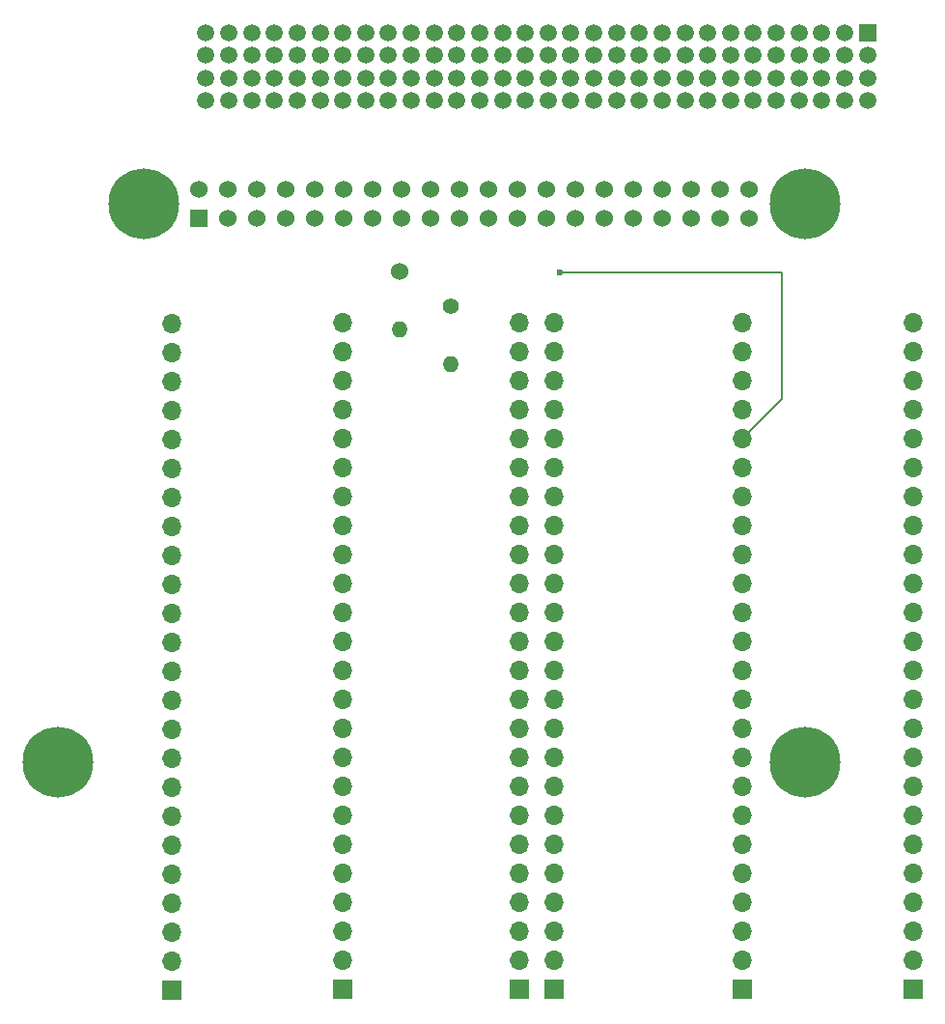
<source format=gbr>
%TF.GenerationSoftware,KiCad,Pcbnew,8.0.0*%
%TF.CreationDate,2025-01-17T00:28:00+02:00*%
%TF.ProjectId,diplomna_2024_pcb_layout,6469706c-6f6d-46e6-915f-323032345f70,rev?*%
%TF.SameCoordinates,Original*%
%TF.FileFunction,Copper,L3,Inr*%
%TF.FilePolarity,Positive*%
%FSLAX46Y46*%
G04 Gerber Fmt 4.6, Leading zero omitted, Abs format (unit mm)*
G04 Created by KiCad (PCBNEW 8.0.0) date 2025-01-17 00:28:00*
%MOMM*%
%LPD*%
G01*
G04 APERTURE LIST*
%TA.AperFunction,ComponentPad*%
%ADD10R,1.700000X1.700000*%
%TD*%
%TA.AperFunction,ComponentPad*%
%ADD11O,1.700000X1.700000*%
%TD*%
%TA.AperFunction,ComponentPad*%
%ADD12C,6.200000*%
%TD*%
%TA.AperFunction,ComponentPad*%
%ADD13R,1.524000X1.524000*%
%TD*%
%TA.AperFunction,ComponentPad*%
%ADD14C,1.524000*%
%TD*%
%TA.AperFunction,ComponentPad*%
%ADD15R,1.500000X1.500000*%
%TD*%
%TA.AperFunction,ComponentPad*%
%ADD16C,1.500000*%
%TD*%
%TA.AperFunction,ComponentPad*%
%ADD17O,1.400000X1.400000*%
%TD*%
%TA.AperFunction,ComponentPad*%
%ADD18C,1.400000*%
%TD*%
%TA.AperFunction,ViaPad*%
%ADD19C,0.600000*%
%TD*%
%TA.AperFunction,Conductor*%
%ADD20C,0.200000*%
%TD*%
G04 APERTURE END LIST*
D10*
%TO.N,I/O*%
%TO.C,REF\u002A\u002A*%
X186000000Y-138400000D03*
D11*
X186000000Y-135860000D03*
X186000000Y-133320000D03*
X186000000Y-130780000D03*
X186000000Y-128240000D03*
X186000000Y-125700000D03*
X186000000Y-123160000D03*
%TO.N,N/C*%
X186000000Y-120620000D03*
%TO.N,CS*%
X186000000Y-118080000D03*
X186000000Y-115540000D03*
X186000000Y-113000000D03*
X186000000Y-110460000D03*
X186000000Y-107920000D03*
%TO.N,N/C*%
X186000000Y-105380000D03*
%TO.N,analog*%
X186000000Y-102840000D03*
X186000000Y-100300000D03*
%TO.N,CS*%
X186000000Y-97760000D03*
%TO.N,miso*%
X186000000Y-95220000D03*
%TO.N,mosi*%
X186000000Y-92680000D03*
%TO.N,scl*%
X186000000Y-90140000D03*
%TO.N,N/C*%
X186000000Y-87600000D03*
%TO.N,sda_i2c*%
X186000000Y-85060000D03*
%TO.N,scl_i2c*%
X186000000Y-82520000D03*
%TO.N,VDD*%
X186000000Y-79980000D03*
%TD*%
D12*
%TO.N,GND*%
%TO.C,*%
X161000000Y-118500000D03*
%TD*%
D13*
%TO.N,3.3v*%
%TO.C,REF\u002A\u002A*%
X173370000Y-70770000D03*
D14*
%TO.N,VDD*%
X173370000Y-68230000D03*
%TO.N,sda_i2c*%
X175910000Y-70770000D03*
%TO.N,VDD*%
X175910000Y-68230000D03*
%TO.N,scl_i2c*%
X178450000Y-70770000D03*
%TO.N,GND*%
X178450000Y-68230000D03*
%TO.N,N/C*%
X180990000Y-70770000D03*
%TO.N,tx*%
X180990000Y-68230000D03*
%TO.N,GND*%
X183530000Y-70770000D03*
%TO.N,rx*%
X183530000Y-68230000D03*
%TO.N,N/C*%
X186070000Y-70770000D03*
X186070000Y-68230000D03*
X188610000Y-70770000D03*
%TO.N,GND*%
X188610000Y-68230000D03*
%TO.N,N/C*%
X191150000Y-70770000D03*
%TO.N,I/O*%
X191150000Y-68230000D03*
%TO.N,N/C*%
X193690000Y-70770000D03*
%TO.N,I/O*%
X193690000Y-68230000D03*
%TO.N,mosi*%
X196230000Y-70770000D03*
%TO.N,GND*%
X196230000Y-68230000D03*
%TO.N,miso*%
X198770000Y-70770000D03*
%TO.N,I/O*%
X198770000Y-68230000D03*
%TO.N,scl*%
X201310000Y-70770000D03*
%TO.N,I/O*%
X201310000Y-68230000D03*
%TO.N,GND*%
X203850000Y-70770000D03*
%TO.N,I/O*%
X203850000Y-68230000D03*
%TO.N,N/C*%
X206390000Y-70770000D03*
%TO.N,I/O*%
X206390000Y-68230000D03*
%TO.N,N/C*%
X208930000Y-70770000D03*
%TO.N,GND*%
X208930000Y-68230000D03*
%TO.N,N/C*%
X211470000Y-70770000D03*
X211470000Y-68230000D03*
X214010000Y-70770000D03*
%TO.N,GND*%
X214010000Y-68230000D03*
%TO.N,N/C*%
X216550000Y-70770000D03*
%TO.N,I/O*%
X216550000Y-68230000D03*
%TO.N,N/C*%
X219090000Y-70770000D03*
%TO.N,I/O*%
X219090000Y-68230000D03*
%TO.N,GND*%
X221630000Y-70770000D03*
%TO.N,I/O*%
X221630000Y-68230000D03*
D12*
%TO.N,GND*%
X168500000Y-69500000D03*
X226500000Y-69500000D03*
X226500000Y-118500000D03*
%TD*%
D10*
%TO.N,N/C*%
%TO.C,REF\u002A\u002A*%
X236000000Y-138400000D03*
D11*
X236000000Y-135860000D03*
X236000000Y-133320000D03*
X236000000Y-130780000D03*
X236000000Y-128240000D03*
X236000000Y-125700000D03*
X236000000Y-123160000D03*
X236000000Y-120620000D03*
X236000000Y-118080000D03*
X236000000Y-115540000D03*
X236000000Y-113000000D03*
X236000000Y-110460000D03*
X236000000Y-107920000D03*
X236000000Y-105380000D03*
X236000000Y-102840000D03*
X236000000Y-100300000D03*
X236000000Y-97760000D03*
X236000000Y-95220000D03*
X236000000Y-92680000D03*
X236000000Y-90140000D03*
X236000000Y-87600000D03*
X236000000Y-85060000D03*
X236000000Y-82520000D03*
%TO.N,VDD*%
X236000000Y-79980000D03*
%TD*%
D10*
%TO.N,I/O*%
%TO.C,REF\u002A\u002A*%
X204500000Y-138400000D03*
D11*
X204500000Y-135860000D03*
X204500000Y-133320000D03*
X204500000Y-130780000D03*
X204500000Y-128240000D03*
X204500000Y-125700000D03*
X204500000Y-123160000D03*
%TO.N,N/C*%
X204500000Y-120620000D03*
%TO.N,CS*%
X204500000Y-118080000D03*
X204500000Y-115540000D03*
X204500000Y-113000000D03*
X204500000Y-110460000D03*
X204500000Y-107920000D03*
%TO.N,N/C*%
X204500000Y-105380000D03*
%TO.N,analog*%
X204500000Y-102840000D03*
X204500000Y-100300000D03*
%TO.N,N/C*%
X204500000Y-97760000D03*
%TO.N,miso*%
X204500000Y-95220000D03*
%TO.N,mosi*%
X204500000Y-92680000D03*
%TO.N,scl*%
X204500000Y-90140000D03*
%TO.N,N/C*%
X204500000Y-87600000D03*
%TO.N,sda_i2c*%
X204500000Y-85060000D03*
%TO.N,scl_i2c*%
X204500000Y-82520000D03*
%TO.N,N/C*%
X204500000Y-79980000D03*
%TD*%
D10*
%TO.N,I/O*%
%TO.C,REF\u002A\u002A*%
X201500000Y-138400000D03*
D11*
X201500000Y-135860000D03*
X201500000Y-133320000D03*
X201500000Y-130780000D03*
X201500000Y-128240000D03*
X201500000Y-125700000D03*
X201500000Y-123160000D03*
%TO.N,N/C*%
X201500000Y-120620000D03*
%TO.N,CS*%
X201500000Y-118080000D03*
X201500000Y-115540000D03*
X201500000Y-113000000D03*
X201500000Y-110460000D03*
X201500000Y-107920000D03*
%TO.N,N/C*%
X201500000Y-105380000D03*
%TO.N,analog*%
X201500000Y-102840000D03*
X201500000Y-100300000D03*
%TO.N,N/C*%
X201500000Y-97760000D03*
%TO.N,miso*%
X201500000Y-95220000D03*
%TO.N,mosi*%
X201500000Y-92680000D03*
%TO.N,scl*%
X201500000Y-90140000D03*
%TO.N,N/C*%
X201500000Y-87600000D03*
%TO.N,sda_i2c*%
X201500000Y-85060000D03*
%TO.N,scl_i2c*%
X201500000Y-82520000D03*
%TO.N,N/C*%
X201500000Y-79980000D03*
%TD*%
D10*
%TO.N,N/C*%
%TO.C,REF\u002A\u002A*%
X171000000Y-138420000D03*
D11*
X171000000Y-135880000D03*
X171000000Y-133340000D03*
X171000000Y-130800000D03*
X171000000Y-128260000D03*
X171000000Y-125720000D03*
X171000000Y-123180000D03*
X171000000Y-120640000D03*
X171000000Y-118100000D03*
X171000000Y-115560000D03*
X171000000Y-113020000D03*
X171000000Y-110480000D03*
X171000000Y-107940000D03*
X171000000Y-105400000D03*
X171000000Y-102860000D03*
X171000000Y-100320000D03*
X171000000Y-97780000D03*
X171000000Y-95240000D03*
X171000000Y-92700000D03*
X171000000Y-90160000D03*
X171000000Y-87620000D03*
X171000000Y-85080000D03*
X171000000Y-82540000D03*
%TO.N,GND*%
X171000000Y-80000000D03*
%TD*%
D15*
%TO.N,GND*%
%TO.C,J\u002A\u002A*%
X232000000Y-54500000D03*
D16*
X230000000Y-54500000D03*
%TO.N,N/C*%
X228000000Y-54500000D03*
X226000000Y-54500000D03*
X224000000Y-54500000D03*
X222000000Y-54500000D03*
X220000000Y-54500000D03*
X218000000Y-54500000D03*
X216000000Y-54500000D03*
X214000000Y-54500000D03*
X212000000Y-54500000D03*
X210000000Y-54500000D03*
X208000000Y-54500000D03*
X206000000Y-54500000D03*
X204000000Y-54500000D03*
X202000000Y-54500000D03*
X200000000Y-54500000D03*
X198000000Y-54500000D03*
X196000000Y-54500000D03*
X194000000Y-54500000D03*
X192000000Y-54500000D03*
X190000000Y-54500000D03*
X188000000Y-54500000D03*
X186000000Y-54500000D03*
X184000000Y-54500000D03*
X182000000Y-54500000D03*
X180000000Y-54500000D03*
X178000000Y-54500000D03*
X176000000Y-54500000D03*
%TO.N,GND*%
X174000000Y-54500000D03*
X232000000Y-56500000D03*
%TO.N,N/C*%
X230000000Y-56500000D03*
X228000000Y-56500000D03*
X226000000Y-56500000D03*
X224000000Y-56500000D03*
X222000000Y-56500000D03*
X220000000Y-56500000D03*
X218000000Y-56500000D03*
X216000000Y-56500000D03*
X214000000Y-56500000D03*
X212000000Y-56500000D03*
X210000000Y-56500000D03*
X208000000Y-56500000D03*
X206000000Y-56500000D03*
X204000000Y-56500000D03*
X202000000Y-56500000D03*
X200000000Y-56500000D03*
X198000000Y-56500000D03*
X196000000Y-56500000D03*
X194000000Y-56500000D03*
X192000000Y-56500000D03*
X190000000Y-56500000D03*
X188000000Y-56500000D03*
X186000000Y-56500000D03*
X184000000Y-56500000D03*
X182000000Y-56500000D03*
X180000000Y-56500000D03*
X178000000Y-56500000D03*
X176000000Y-56500000D03*
%TO.N,3.3v*%
X174000000Y-56500000D03*
%TO.N,N/C*%
X232000000Y-58500000D03*
X230000000Y-58500000D03*
X228000000Y-58500000D03*
X226000000Y-58500000D03*
X224000000Y-58500000D03*
X222000000Y-58500000D03*
X220000000Y-58500000D03*
X218000000Y-58500000D03*
X216000000Y-58500000D03*
X214000000Y-58500000D03*
X212000000Y-58500000D03*
X210000000Y-58500000D03*
X208000000Y-58500000D03*
X206000000Y-58500000D03*
X204000000Y-58500000D03*
X202000000Y-58500000D03*
X200000000Y-58500000D03*
X198000000Y-58500000D03*
X196000000Y-58500000D03*
X194000000Y-58500000D03*
X192000000Y-58500000D03*
X190000000Y-58500000D03*
X188000000Y-58500000D03*
X186000000Y-58500000D03*
X184000000Y-58500000D03*
X182000000Y-58500000D03*
X180000000Y-58500000D03*
X178000000Y-58500000D03*
X176000000Y-58500000D03*
%TO.N,VDD*%
X174000000Y-58500000D03*
%TO.N,N/C*%
X232000000Y-60500000D03*
X230000000Y-60500000D03*
X228000000Y-60500000D03*
X226000000Y-60500000D03*
X224000000Y-60500000D03*
X222000000Y-60500000D03*
X220000000Y-60500000D03*
X218000000Y-60500000D03*
X216000000Y-60500000D03*
%TO.N,I/O*%
X214000000Y-60500000D03*
X212000000Y-60500000D03*
X210000000Y-60500000D03*
%TO.N,N/C*%
X208000000Y-60500000D03*
X206000000Y-60500000D03*
X204000000Y-60500000D03*
X202000000Y-60500000D03*
%TO.N,I/O*%
X200000000Y-60500000D03*
X198000000Y-60500000D03*
X196000000Y-60500000D03*
X194000000Y-60500000D03*
X192000000Y-60500000D03*
X190000000Y-60500000D03*
%TO.N,N/C*%
X188000000Y-60500000D03*
%TO.N,rx*%
X186000000Y-60500000D03*
%TO.N,tx*%
X184000000Y-60500000D03*
%TO.N,N/C*%
X182000000Y-60500000D03*
%TO.N,scl_i2c*%
X180000000Y-60500000D03*
%TO.N,sda_i2c*%
X178000000Y-60500000D03*
%TO.N,N/C*%
X176000000Y-60500000D03*
%TO.N,VDD*%
X174000000Y-60500000D03*
%TD*%
D14*
%TO.N,VDD*%
%TO.C,REF\u002A\u002A*%
X191000000Y-75460000D03*
D17*
%TO.N,scl_i2c*%
X191000000Y-80540000D03*
%TD*%
D18*
%TO.N,VDD*%
%TO.C,REF\u002A\u002A*%
X195500000Y-78460000D03*
D17*
%TO.N,sda_i2c*%
X195500000Y-83540000D03*
%TD*%
D10*
%TO.N,I/O*%
%TO.C,REF\u002A\u002A*%
X221000000Y-138400000D03*
D11*
X221000000Y-135860000D03*
X221000000Y-133320000D03*
X221000000Y-130780000D03*
X221000000Y-128240000D03*
X221000000Y-125700000D03*
X221000000Y-123160000D03*
%TO.N,N/C*%
X221000000Y-120620000D03*
%TO.N,CS*%
X221000000Y-118080000D03*
X221000000Y-115540000D03*
X221000000Y-113000000D03*
X221000000Y-110460000D03*
X221000000Y-107920000D03*
%TO.N,N/C*%
X221000000Y-105380000D03*
%TO.N,analog*%
X221000000Y-102840000D03*
X221000000Y-100300000D03*
%TO.N,CS*%
X221000000Y-97760000D03*
%TO.N,miso*%
X221000000Y-95220000D03*
%TO.N,mosi*%
X221000000Y-92680000D03*
%TO.N,scl*%
X221000000Y-90140000D03*
%TO.N,N/C*%
X221000000Y-87600000D03*
%TO.N,sda_i2c*%
X221000000Y-85060000D03*
%TO.N,scl_i2c*%
X221000000Y-82520000D03*
%TO.N,GND*%
X221000000Y-79980000D03*
%TD*%
D19*
%TO.N,scl*%
X205000000Y-75500000D03*
%TD*%
D20*
%TO.N,scl*%
X224500000Y-86640000D02*
X221000000Y-90140000D01*
X205000000Y-75500000D02*
X224500000Y-75500000D01*
X224500000Y-75500000D02*
X224500000Y-86640000D01*
%TD*%
M02*

</source>
